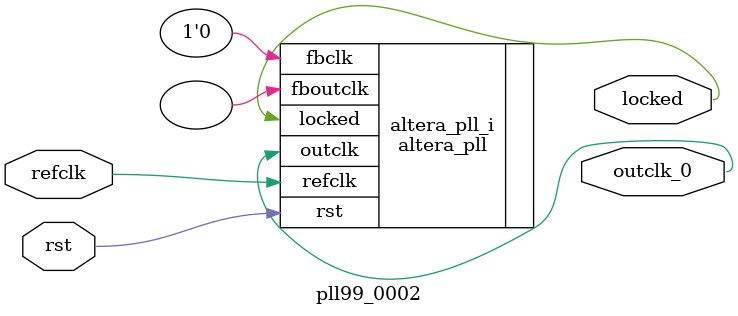
<source format=v>
`timescale 1ns/10ps
module  pll99_0002(

	// interface 'refclk'
	input wire refclk,

	// interface 'reset'
	input wire rst,

	// interface 'outclk0'
	output wire outclk_0,

	// interface 'locked'
	output wire locked
);

	altera_pll #(
		.fractional_vco_multiplier("false"),
		.reference_clock_frequency("50.0 MHz"),
		.operation_mode("direct"),
		.number_of_clocks(1),
		.output_clock_frequency0("99.000000 MHz"),
		.phase_shift0("0 ps"),
		.duty_cycle0(50),
		.output_clock_frequency1("0 MHz"),
		.phase_shift1("0 ps"),
		.duty_cycle1(50),
		.output_clock_frequency2("0 MHz"),
		.phase_shift2("0 ps"),
		.duty_cycle2(50),
		.output_clock_frequency3("0 MHz"),
		.phase_shift3("0 ps"),
		.duty_cycle3(50),
		.output_clock_frequency4("0 MHz"),
		.phase_shift4("0 ps"),
		.duty_cycle4(50),
		.output_clock_frequency5("0 MHz"),
		.phase_shift5("0 ps"),
		.duty_cycle5(50),
		.output_clock_frequency6("0 MHz"),
		.phase_shift6("0 ps"),
		.duty_cycle6(50),
		.output_clock_frequency7("0 MHz"),
		.phase_shift7("0 ps"),
		.duty_cycle7(50),
		.output_clock_frequency8("0 MHz"),
		.phase_shift8("0 ps"),
		.duty_cycle8(50),
		.output_clock_frequency9("0 MHz"),
		.phase_shift9("0 ps"),
		.duty_cycle9(50),
		.output_clock_frequency10("0 MHz"),
		.phase_shift10("0 ps"),
		.duty_cycle10(50),
		.output_clock_frequency11("0 MHz"),
		.phase_shift11("0 ps"),
		.duty_cycle11(50),
		.output_clock_frequency12("0 MHz"),
		.phase_shift12("0 ps"),
		.duty_cycle12(50),
		.output_clock_frequency13("0 MHz"),
		.phase_shift13("0 ps"),
		.duty_cycle13(50),
		.output_clock_frequency14("0 MHz"),
		.phase_shift14("0 ps"),
		.duty_cycle14(50),
		.output_clock_frequency15("0 MHz"),
		.phase_shift15("0 ps"),
		.duty_cycle15(50),
		.output_clock_frequency16("0 MHz"),
		.phase_shift16("0 ps"),
		.duty_cycle16(50),
		.output_clock_frequency17("0 MHz"),
		.phase_shift17("0 ps"),
		.duty_cycle17(50),
		.pll_type("General"),
		.pll_subtype("General")
	) altera_pll_i (
		.rst	(rst),
		.outclk	({outclk_0}),
		.locked	(locked),
		.fboutclk	( ),
		.fbclk	(1'b0),
		.refclk	(refclk)
	);
endmodule


</source>
